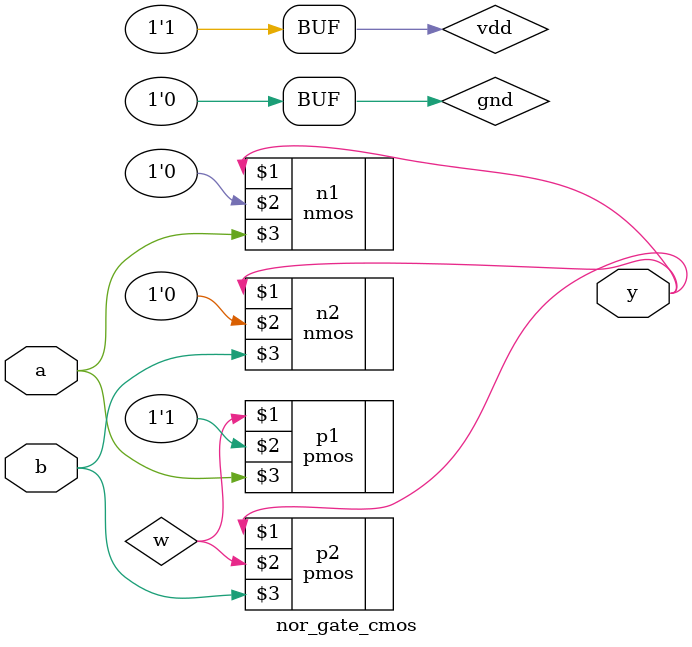
<source format=v>
`timescale 1ns / 1ps


module nor_gate_cmos(input a,b,output y);
wire w;
supply1 vdd;
supply0 gnd;
pmos p1(w,vdd,a);
pmos p2(y,w,b);
nmos n1(y,gnd,a);
nmos n2(y,gnd,b);
endmodule

</source>
